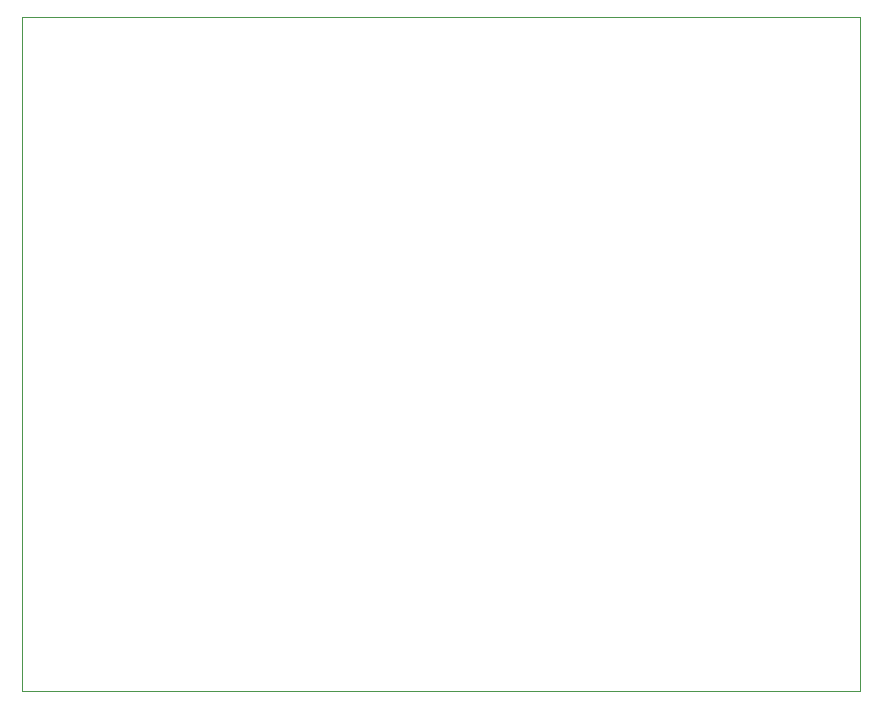
<source format=gbr>
%TF.GenerationSoftware,KiCad,Pcbnew,(6.0.8)*%
%TF.CreationDate,2022-11-05T16:02:49+08:00*%
%TF.ProjectId,pico_apple1,7069636f-5f61-4707-906c-65312e6b6963,rev?*%
%TF.SameCoordinates,Original*%
%TF.FileFunction,Profile,NP*%
%FSLAX46Y46*%
G04 Gerber Fmt 4.6, Leading zero omitted, Abs format (unit mm)*
G04 Created by KiCad (PCBNEW (6.0.8)) date 2022-11-05 16:02:49*
%MOMM*%
%LPD*%
G01*
G04 APERTURE LIST*
%TA.AperFunction,Profile*%
%ADD10C,0.100000*%
%TD*%
G04 APERTURE END LIST*
D10*
X27872000Y-93899000D02*
X27872000Y-36899000D01*
X98872000Y-93899000D02*
X27872000Y-93899000D01*
X98872000Y-36899000D02*
X98872000Y-93899000D01*
X27872000Y-36899000D02*
X98872000Y-36899000D01*
M02*

</source>
